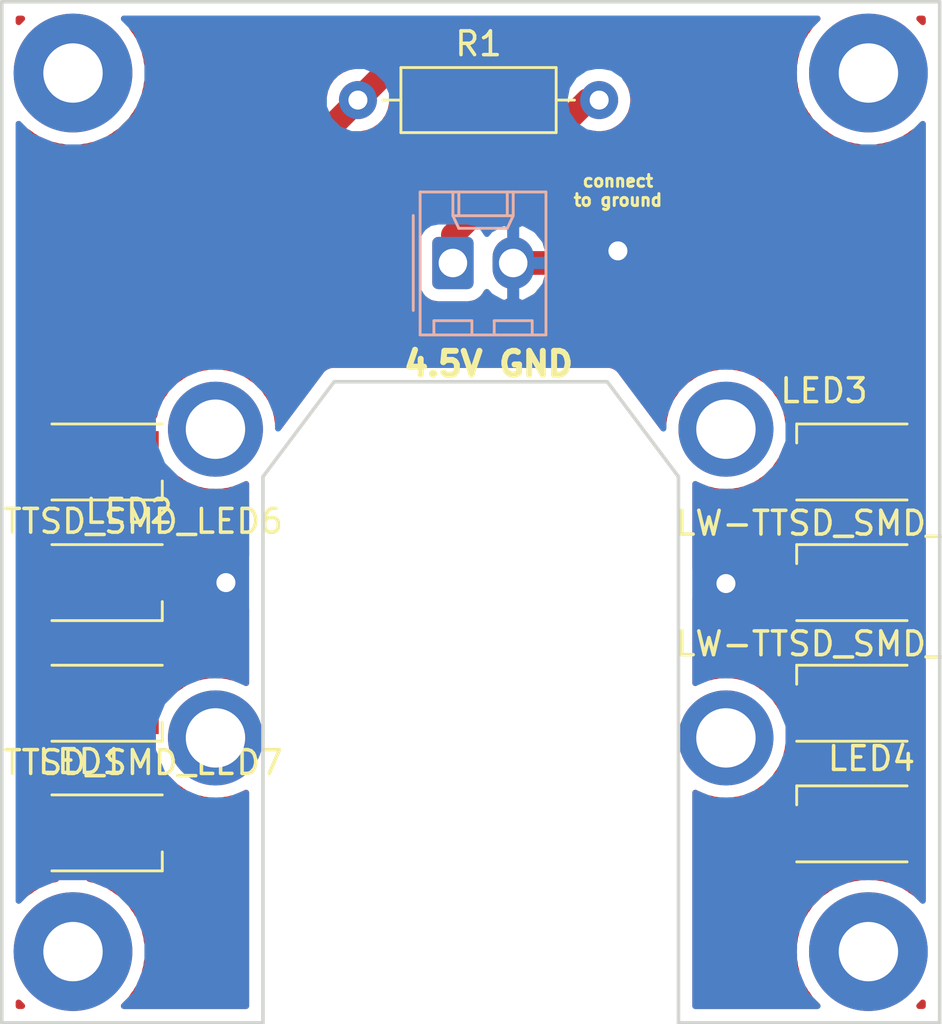
<source format=kicad_pcb>
(kicad_pcb (version 20171130) (host pcbnew 5.0.2-bee76a0~70~ubuntu18.04.1)

  (general
    (thickness 1.6)
    (drawings 12)
    (tracks 21)
    (zones 0)
    (modules 18)
    (nets 4)
  )

  (page A4)
  (layers
    (0 F.Cu signal hide)
    (31 B.Cu signal)
    (32 B.Adhes user hide)
    (33 F.Adhes user hide)
    (34 B.Paste user hide)
    (35 F.Paste user hide)
    (36 B.SilkS user hide)
    (37 F.SilkS user)
    (38 B.Mask user hide)
    (39 F.Mask user hide)
    (40 Dwgs.User user hide)
    (41 Cmts.User user hide)
    (42 Eco1.User user hide)
    (43 Eco2.User user hide)
    (44 Edge.Cuts user)
    (45 Margin user hide)
    (46 B.CrtYd user hide)
    (47 F.CrtYd user hide)
    (48 B.Fab user hide)
    (49 F.Fab user hide)
  )

  (setup
    (last_trace_width 1)
    (trace_clearance 0.5)
    (zone_clearance 0.508)
    (zone_45_only no)
    (trace_min 0.2)
    (segment_width 0.2)
    (edge_width 0.15)
    (via_size 1.2)
    (via_drill 0.8)
    (via_min_size 0.4)
    (via_min_drill 0.3)
    (uvia_size 0.3)
    (uvia_drill 0.1)
    (uvias_allowed no)
    (uvia_min_size 0.2)
    (uvia_min_drill 0.1)
    (pcb_text_width 0.3)
    (pcb_text_size 1.5 1.5)
    (mod_edge_width 0.15)
    (mod_text_size 1 1)
    (mod_text_width 0.15)
    (pad_size 4 4)
    (pad_drill 2.5)
    (pad_to_mask_clearance 0.051)
    (solder_mask_min_width 0.25)
    (aux_axis_origin 0 0)
    (visible_elements 7FFFEFFF)
    (pcbplotparams
      (layerselection 0x010fc_ffffffff)
      (usegerberextensions false)
      (usegerberattributes false)
      (usegerberadvancedattributes false)
      (creategerberjobfile false)
      (excludeedgelayer true)
      (linewidth 0.100000)
      (plotframeref false)
      (viasonmask false)
      (mode 1)
      (useauxorigin false)
      (hpglpennumber 1)
      (hpglpenspeed 20)
      (hpglpendiameter 15.000000)
      (psnegative false)
      (psa4output false)
      (plotreference true)
      (plotvalue true)
      (plotinvisibletext false)
      (padsonsilk false)
      (subtractmaskfromsilk false)
      (outputformat 1)
      (mirror false)
      (drillshape 1)
      (scaleselection 1)
      (outputdirectory ""))
  )

  (net 0 "")
  (net 1 "Net-(CURRENT_LIMITER_R1-Pad2)")
  (net 2 "Net-(Conn_01x02_Male1-Pad2)")
  (net 3 "Net-(CURRENT_LIMITER_R1-Pad1)")

  (net_class Default "This is the default net class."
    (clearance 0.5)
    (trace_width 1)
    (via_dia 1.2)
    (via_drill 0.8)
    (uvia_dia 0.3)
    (uvia_drill 0.1)
    (add_net "Net-(CURRENT_LIMITER_R1-Pad1)")
    (add_net "Net-(CURRENT_LIMITER_R1-Pad2)")
    (add_net "Net-(Conn_01x02_Male1-Pad2)")
  )

  (module LED_SMD:LED_PLCC-2 (layer F.Cu) (tedit 5C9A2B5A) (tstamp 5C9BC245)
    (at 86.36 124.46 180)
    (descr "LED PLCC-2 SMD package")
    (tags "LED PLCC-2 SMD")
    (path /5C964CBB)
    (attr smd)
    (fp_text reference LED2 (at -1 3 180) (layer F.SilkS)
      (effects (font (size 1 1) (thickness 0.15)))
    )
    (fp_text value 3.2V (at 0 2.5 180) (layer F.Fab) hide
      (effects (font (size 1 1) (thickness 0.15)))
    )
    (fp_circle (center 0 0) (end 0 -1.25) (layer F.Fab) (width 0.1))
    (fp_line (start -1.7 -0.6) (end -0.8 -1.5) (layer F.Fab) (width 0.1))
    (fp_line (start 1.7 1.5) (end 1.7 -1.5) (layer F.Fab) (width 0.1))
    (fp_line (start 1.7 -1.5) (end -1.7 -1.5) (layer F.Fab) (width 0.1))
    (fp_line (start -1.7 -1.5) (end -1.7 1.5) (layer F.Fab) (width 0.1))
    (fp_line (start -1.7 1.5) (end 1.7 1.5) (layer F.Fab) (width 0.1))
    (fp_line (start -2.65 -1.85) (end 2.5 -1.85) (layer F.CrtYd) (width 0.05))
    (fp_line (start 2.5 -1.85) (end 2.5 1.85) (layer F.CrtYd) (width 0.05))
    (fp_line (start 2.5 1.85) (end -2.65 1.85) (layer F.CrtYd) (width 0.05))
    (fp_line (start -2.65 1.85) (end -2.65 -1.85) (layer F.CrtYd) (width 0.05))
    (fp_line (start 2.25 1.6) (end -2.4 1.6) (layer F.SilkS) (width 0.12))
    (fp_line (start 2.25 -1.6) (end -2.4 -1.6) (layer F.SilkS) (width 0.12))
    (fp_line (start -2.4 -1.6) (end -2.4 -0.8) (layer F.SilkS) (width 0.12))
    (fp_text user %R (at 0 0 180) (layer F.Fab)
      (effects (font (size 0.4 0.4) (thickness 0.1)))
    )
    (pad 1 smd rect (at -1.5 0 180) (size 1.5 2.6) (layers F.Cu F.Paste F.Mask)
      (net 2 "Net-(Conn_01x02_Male1-Pad2)"))
    (pad 2 smd rect (at 1.5 0 180) (size 1.5 2.6) (layers F.Cu F.Paste F.Mask)
      (net 3 "Net-(CURRENT_LIMITER_R1-Pad1)"))
    (model ${KISYS3DMOD}/LED_SMD.3dshapes/LED_PLCC-2.wrl
      (at (xyz 0 0 0))
      (scale (xyz 1 1 1))
      (rotate (xyz 0 0 0))
    )
  )

  (module LED_SMD:LED_PLCC-2 (layer F.Cu) (tedit 59959404) (tstamp 5CB00105)
    (at 86.36 119.38 180)
    (descr "LED PLCC-2 SMD package")
    (tags "LED PLCC-2 SMD")
    (path /5CA375F6)
    (attr smd)
    (fp_text reference LW-TTSD_SMD_LED6 (at 0 -2.5 180) (layer F.SilkS)
      (effects (font (size 1 1) (thickness 0.15)))
    )
    (fp_text value 3.2V (at 0 2.5 180) (layer F.Fab)
      (effects (font (size 1 1) (thickness 0.15)))
    )
    (fp_text user %R (at 0 0 180) (layer F.Fab)
      (effects (font (size 0.4 0.4) (thickness 0.1)))
    )
    (fp_line (start -2.4 -1.6) (end -2.4 -0.8) (layer F.SilkS) (width 0.12))
    (fp_line (start 2.25 -1.6) (end -2.4 -1.6) (layer F.SilkS) (width 0.12))
    (fp_line (start 2.25 1.6) (end -2.4 1.6) (layer F.SilkS) (width 0.12))
    (fp_line (start -2.65 1.85) (end -2.65 -1.85) (layer F.CrtYd) (width 0.05))
    (fp_line (start 2.5 1.85) (end -2.65 1.85) (layer F.CrtYd) (width 0.05))
    (fp_line (start 2.5 -1.85) (end 2.5 1.85) (layer F.CrtYd) (width 0.05))
    (fp_line (start -2.65 -1.85) (end 2.5 -1.85) (layer F.CrtYd) (width 0.05))
    (fp_line (start -1.7 1.5) (end 1.7 1.5) (layer F.Fab) (width 0.1))
    (fp_line (start -1.7 -1.5) (end -1.7 1.5) (layer F.Fab) (width 0.1))
    (fp_line (start 1.7 -1.5) (end -1.7 -1.5) (layer F.Fab) (width 0.1))
    (fp_line (start 1.7 1.5) (end 1.7 -1.5) (layer F.Fab) (width 0.1))
    (fp_line (start -1.7 -0.6) (end -0.8 -1.5) (layer F.Fab) (width 0.1))
    (fp_circle (center 0 0) (end 0 -1.25) (layer F.Fab) (width 0.1))
    (pad 2 smd rect (at 1.5 0 180) (size 1.5 2.6) (layers F.Cu F.Paste F.Mask)
      (net 3 "Net-(CURRENT_LIMITER_R1-Pad1)"))
    (pad 1 smd rect (at -1.5 0 180) (size 1.5 2.6) (layers F.Cu F.Paste F.Mask)
      (net 2 "Net-(Conn_01x02_Male1-Pad2)"))
    (model ${KISYS3DMOD}/LED_SMD.3dshapes/LED_PLCC-2.wrl
      (at (xyz 0 0 0))
      (scale (xyz 1 1 1))
      (rotate (xyz 0 0 0))
    )
  )

  (module LED_SMD:LED_PLCC-2 (layer F.Cu) (tedit 59959404) (tstamp 5CB0012D)
    (at 117.88 124.46)
    (descr "LED PLCC-2 SMD package")
    (tags "LED PLCC-2 SMD")
    (path /5CA37664)
    (attr smd)
    (fp_text reference LW-TTSD_SMD_LED8 (at 0 -2.5) (layer F.SilkS)
      (effects (font (size 1 1) (thickness 0.15)))
    )
    (fp_text value 3.2V (at 0 2.5) (layer F.Fab)
      (effects (font (size 1 1) (thickness 0.15)))
    )
    (fp_circle (center 0 0) (end 0 -1.25) (layer F.Fab) (width 0.1))
    (fp_line (start -1.7 -0.6) (end -0.8 -1.5) (layer F.Fab) (width 0.1))
    (fp_line (start 1.7 1.5) (end 1.7 -1.5) (layer F.Fab) (width 0.1))
    (fp_line (start 1.7 -1.5) (end -1.7 -1.5) (layer F.Fab) (width 0.1))
    (fp_line (start -1.7 -1.5) (end -1.7 1.5) (layer F.Fab) (width 0.1))
    (fp_line (start -1.7 1.5) (end 1.7 1.5) (layer F.Fab) (width 0.1))
    (fp_line (start -2.65 -1.85) (end 2.5 -1.85) (layer F.CrtYd) (width 0.05))
    (fp_line (start 2.5 -1.85) (end 2.5 1.85) (layer F.CrtYd) (width 0.05))
    (fp_line (start 2.5 1.85) (end -2.65 1.85) (layer F.CrtYd) (width 0.05))
    (fp_line (start -2.65 1.85) (end -2.65 -1.85) (layer F.CrtYd) (width 0.05))
    (fp_line (start 2.25 1.6) (end -2.4 1.6) (layer F.SilkS) (width 0.12))
    (fp_line (start 2.25 -1.6) (end -2.4 -1.6) (layer F.SilkS) (width 0.12))
    (fp_line (start -2.4 -1.6) (end -2.4 -0.8) (layer F.SilkS) (width 0.12))
    (fp_text user %R (at 0 0) (layer F.Fab)
      (effects (font (size 0.4 0.4) (thickness 0.1)))
    )
    (pad 1 smd rect (at -1.5 0) (size 1.5 2.6) (layers F.Cu F.Paste F.Mask)
      (net 2 "Net-(Conn_01x02_Male1-Pad2)"))
    (pad 2 smd rect (at 1.5 0) (size 1.5 2.6) (layers F.Cu F.Paste F.Mask)
      (net 3 "Net-(CURRENT_LIMITER_R1-Pad1)"))
    (model ${KISYS3DMOD}/LED_SMD.3dshapes/LED_PLCC-2.wrl
      (at (xyz 0 0 0))
      (scale (xyz 1 1 1))
      (rotate (xyz 0 0 0))
    )
  )

  (module Resistor_THT:R_Axial_DIN0207_L6.3mm_D2.5mm_P10.16mm_Horizontal (layer F.Cu) (tedit 5C9A2A68) (tstamp 5C9A1AA4)
    (at 97 104.14)
    (descr "Resistor, Axial_DIN0207 series, Axial, Horizontal, pin pitch=10.16mm, 0.25W = 1/4W, length*diameter=6.3*2.5mm^2, http://cdn-reichelt.de/documents/datenblatt/B400/1_4W%23YAG.pdf")
    (tags "Resistor Axial_DIN0207 series Axial Horizontal pin pitch 10.16mm 0.25W = 1/4W length 6.3mm diameter 2.5mm")
    (path /5C97F861)
    (fp_text reference R1 (at 5.08 -2.37) (layer F.SilkS)
      (effects (font (size 1 1) (thickness 0.15)))
    )
    (fp_text value 16 (at 5.08 2.37) (layer F.Fab)
      (effects (font (size 1 1) (thickness 0.15)))
    )
    (fp_line (start 1.93 -1.25) (end 1.93 1.25) (layer F.Fab) (width 0.1))
    (fp_line (start 1.93 1.25) (end 8.23 1.25) (layer F.Fab) (width 0.1))
    (fp_line (start 8.23 1.25) (end 8.23 -1.25) (layer F.Fab) (width 0.1))
    (fp_line (start 8.23 -1.25) (end 1.93 -1.25) (layer F.Fab) (width 0.1))
    (fp_line (start 0 0) (end 1.93 0) (layer F.Fab) (width 0.1))
    (fp_line (start 10.16 0) (end 8.23 0) (layer F.Fab) (width 0.1))
    (fp_line (start 1.81 -1.37) (end 1.81 1.37) (layer F.SilkS) (width 0.12))
    (fp_line (start 1.81 1.37) (end 8.35 1.37) (layer F.SilkS) (width 0.12))
    (fp_line (start 8.35 1.37) (end 8.35 -1.37) (layer F.SilkS) (width 0.12))
    (fp_line (start 8.35 -1.37) (end 1.81 -1.37) (layer F.SilkS) (width 0.12))
    (fp_line (start 1.04 0) (end 1.81 0) (layer F.SilkS) (width 0.12))
    (fp_line (start 9.12 0) (end 8.35 0) (layer F.SilkS) (width 0.12))
    (fp_line (start -1.05 -1.5) (end -1.05 1.5) (layer F.CrtYd) (width 0.05))
    (fp_line (start -1.05 1.5) (end 11.21 1.5) (layer F.CrtYd) (width 0.05))
    (fp_line (start 11.21 1.5) (end 11.21 -1.5) (layer F.CrtYd) (width 0.05))
    (fp_line (start 11.21 -1.5) (end -1.05 -1.5) (layer F.CrtYd) (width 0.05))
    (fp_text user %R (at 5.08 0) (layer F.Fab)
      (effects (font (size 1 1) (thickness 0.15)))
    )
    (pad 1 thru_hole circle (at 0 0) (size 1.6 1.6) (drill 0.8) (layers *.Cu *.Mask)
      (net 3 "Net-(CURRENT_LIMITER_R1-Pad1)"))
    (pad 2 thru_hole oval (at 10.16 0) (size 1.6 1.6) (drill 0.8) (layers *.Cu *.Mask)
      (net 1 "Net-(CURRENT_LIMITER_R1-Pad2)"))
    (model ${KISYS3DMOD}/Resistor_THT.3dshapes/R_Axial_DIN0207_L6.3mm_D2.5mm_P10.16mm_Horizontal.wrl
      (at (xyz 0 0 0))
      (scale (xyz 1 1 1))
      (rotate (xyz 0 0 0))
    )
  )

  (module LED_SMD:LED_PLCC-2 (layer F.Cu) (tedit 5C9A2B8E) (tstamp 5CA66D42)
    (at 117.88 119.38)
    (descr "LED PLCC-2 SMD package")
    (tags "LED PLCC-2 SMD")
    (path /5C97F03B)
    (attr smd)
    (fp_text reference LED3 (at -1.25 -3) (layer F.SilkS)
      (effects (font (size 1 1) (thickness 0.15)))
    )
    (fp_text value 3.2V (at 0 2.5) (layer F.Fab) hide
      (effects (font (size 1 1) (thickness 0.15)))
    )
    (fp_text user %R (at 0 0) (layer F.Fab)
      (effects (font (size 0.4 0.4) (thickness 0.1)))
    )
    (fp_line (start -2.4 -1.6) (end -2.4 -0.8) (layer F.SilkS) (width 0.12))
    (fp_line (start 2.25 -1.6) (end -2.4 -1.6) (layer F.SilkS) (width 0.12))
    (fp_line (start 2.25 1.6) (end -2.4 1.6) (layer F.SilkS) (width 0.12))
    (fp_line (start -2.65 1.85) (end -2.65 -1.85) (layer F.CrtYd) (width 0.05))
    (fp_line (start 2.5 1.85) (end -2.65 1.85) (layer F.CrtYd) (width 0.05))
    (fp_line (start 2.5 -1.85) (end 2.5 1.85) (layer F.CrtYd) (width 0.05))
    (fp_line (start -2.65 -1.85) (end 2.5 -1.85) (layer F.CrtYd) (width 0.05))
    (fp_line (start -1.7 1.5) (end 1.7 1.5) (layer F.Fab) (width 0.1))
    (fp_line (start -1.7 -1.5) (end -1.7 1.5) (layer F.Fab) (width 0.1))
    (fp_line (start 1.7 -1.5) (end -1.7 -1.5) (layer F.Fab) (width 0.1))
    (fp_line (start 1.7 1.5) (end 1.7 -1.5) (layer F.Fab) (width 0.1))
    (fp_line (start -1.7 -0.6) (end -0.8 -1.5) (layer F.Fab) (width 0.1))
    (fp_circle (center 0 0) (end 0 -1.25) (layer F.Fab) (width 0.1))
    (pad 2 smd rect (at 1.5 0) (size 1.5 2.6) (layers F.Cu F.Paste F.Mask)
      (net 3 "Net-(CURRENT_LIMITER_R1-Pad1)"))
    (pad 1 smd rect (at -1.5 0) (size 1.5 2.6) (layers F.Cu F.Paste F.Mask)
      (net 2 "Net-(Conn_01x02_Male1-Pad2)"))
    (model ${KISYS3DMOD}/LED_SMD.3dshapes/LED_PLCC-2.wrl
      (at (xyz 0 0 0))
      (scale (xyz 1 1 1))
      (rotate (xyz 0 0 0))
    )
  )

  (module LED_SMD:LED_PLCC-2 (layer F.Cu) (tedit 5C9A2B68) (tstamp 5C9A1AE0)
    (at 86.36 135 180)
    (descr "LED PLCC-2 SMD package")
    (tags "LED PLCC-2 SMD")
    (path /5C97F075)
    (attr smd)
    (fp_text reference LED1 (at 1 3 180) (layer F.SilkS)
      (effects (font (size 1 1) (thickness 0.15)))
    )
    (fp_text value 3.2V (at 0 2.5 180) (layer F.Fab) hide
      (effects (font (size 1 1) (thickness 0.15)))
    )
    (fp_circle (center 0 0) (end 0 -1.25) (layer F.Fab) (width 0.1))
    (fp_line (start -1.7 -0.6) (end -0.8 -1.5) (layer F.Fab) (width 0.1))
    (fp_line (start 1.7 1.5) (end 1.7 -1.5) (layer F.Fab) (width 0.1))
    (fp_line (start 1.7 -1.5) (end -1.7 -1.5) (layer F.Fab) (width 0.1))
    (fp_line (start -1.7 -1.5) (end -1.7 1.5) (layer F.Fab) (width 0.1))
    (fp_line (start -1.7 1.5) (end 1.7 1.5) (layer F.Fab) (width 0.1))
    (fp_line (start -2.65 -1.85) (end 2.5 -1.85) (layer F.CrtYd) (width 0.05))
    (fp_line (start 2.5 -1.85) (end 2.5 1.85) (layer F.CrtYd) (width 0.05))
    (fp_line (start 2.5 1.85) (end -2.65 1.85) (layer F.CrtYd) (width 0.05))
    (fp_line (start -2.65 1.85) (end -2.65 -1.85) (layer F.CrtYd) (width 0.05))
    (fp_line (start 2.25 1.6) (end -2.4 1.6) (layer F.SilkS) (width 0.12))
    (fp_line (start 2.25 -1.6) (end -2.4 -1.6) (layer F.SilkS) (width 0.12))
    (fp_line (start -2.4 -1.6) (end -2.4 -0.8) (layer F.SilkS) (width 0.12))
    (fp_text user %R (at 0 0 180) (layer F.Fab)
      (effects (font (size 0.4 0.4) (thickness 0.1)))
    )
    (pad 1 smd rect (at -1.5 0 180) (size 1.5 2.6) (layers F.Cu F.Paste F.Mask)
      (net 2 "Net-(Conn_01x02_Male1-Pad2)"))
    (pad 2 smd rect (at 1.5 0 180) (size 1.5 2.6) (layers F.Cu F.Paste F.Mask)
      (net 3 "Net-(CURRENT_LIMITER_R1-Pad1)"))
    (model ${KISYS3DMOD}/LED_SMD.3dshapes/LED_PLCC-2.wrl
      (at (xyz 0 0 0))
      (scale (xyz 1 1 1))
      (rotate (xyz 0 0 0))
    )
  )

  (module Connector_Molex:Molex_KK-254_AE-6410-02A_1x02_P2.54mm_Vertical (layer B.Cu) (tedit 5C9A2A92) (tstamp 5C9A1A8D)
    (at 101 111)
    (descr "Molex KK-254 Interconnect System, old/engineering part number: AE-6410-02A example for new part number: 22-27-2021, 2 Pins (http://www.molex.com/pdm_docs/sd/022272021_sd.pdf), generated with kicad-footprint-generator")
    (tags "connector Molex KK-254 side entry")
    (path /5C98C2BF)
    (fp_text reference "" (at 1.27 4.12) (layer B.SilkS) hide
      (effects (font (size 1 1) (thickness 0.15)) (justify mirror))
    )
    (fp_text value "2mm pitch" (at 1.27 -4.08) (layer B.Fab) hide
      (effects (font (size 1 1) (thickness 0.15)) (justify mirror))
    )
    (fp_line (start -1.27 2.92) (end -1.27 -2.88) (layer B.Fab) (width 0.1))
    (fp_line (start -1.27 -2.88) (end 3.81 -2.88) (layer B.Fab) (width 0.1))
    (fp_line (start 3.81 -2.88) (end 3.81 2.92) (layer B.Fab) (width 0.1))
    (fp_line (start 3.81 2.92) (end -1.27 2.92) (layer B.Fab) (width 0.1))
    (fp_line (start -1.38 3.03) (end -1.38 -2.99) (layer B.SilkS) (width 0.12))
    (fp_line (start -1.38 -2.99) (end 3.92 -2.99) (layer B.SilkS) (width 0.12))
    (fp_line (start 3.92 -2.99) (end 3.92 3.03) (layer B.SilkS) (width 0.12))
    (fp_line (start 3.92 3.03) (end -1.38 3.03) (layer B.SilkS) (width 0.12))
    (fp_line (start -1.67 2) (end -1.67 -2) (layer B.SilkS) (width 0.12))
    (fp_line (start -1.27 0.5) (end -0.562893 0) (layer B.Fab) (width 0.1))
    (fp_line (start -0.562893 0) (end -1.27 -0.5) (layer B.Fab) (width 0.1))
    (fp_line (start 0 -2.99) (end 0 -1.99) (layer B.SilkS) (width 0.12))
    (fp_line (start 0 -1.99) (end 2.54 -1.99) (layer B.SilkS) (width 0.12))
    (fp_line (start 2.54 -1.99) (end 2.54 -2.99) (layer B.SilkS) (width 0.12))
    (fp_line (start 0 -1.99) (end 0.25 -1.46) (layer B.SilkS) (width 0.12))
    (fp_line (start 0.25 -1.46) (end 2.29 -1.46) (layer B.SilkS) (width 0.12))
    (fp_line (start 2.29 -1.46) (end 2.54 -1.99) (layer B.SilkS) (width 0.12))
    (fp_line (start 0.25 -2.99) (end 0.25 -1.99) (layer B.SilkS) (width 0.12))
    (fp_line (start 2.29 -2.99) (end 2.29 -1.99) (layer B.SilkS) (width 0.12))
    (fp_line (start -0.8 3.03) (end -0.8 2.43) (layer B.SilkS) (width 0.12))
    (fp_line (start -0.8 2.43) (end 0.8 2.43) (layer B.SilkS) (width 0.12))
    (fp_line (start 0.8 2.43) (end 0.8 3.03) (layer B.SilkS) (width 0.12))
    (fp_line (start 1.74 3.03) (end 1.74 2.43) (layer B.SilkS) (width 0.12))
    (fp_line (start 1.74 2.43) (end 3.34 2.43) (layer B.SilkS) (width 0.12))
    (fp_line (start 3.34 2.43) (end 3.34 3.03) (layer B.SilkS) (width 0.12))
    (fp_line (start -1.77 3.42) (end -1.77 -3.38) (layer B.CrtYd) (width 0.05))
    (fp_line (start -1.77 -3.38) (end 4.31 -3.38) (layer B.CrtYd) (width 0.05))
    (fp_line (start 4.31 -3.38) (end 4.31 3.42) (layer B.CrtYd) (width 0.05))
    (fp_line (start 4.31 3.42) (end -1.77 3.42) (layer B.CrtYd) (width 0.05))
    (fp_text user %R (at 1.27 2.22) (layer B.Fab)
      (effects (font (size 1 1) (thickness 0.15)) (justify mirror))
    )
    (pad 1 thru_hole roundrect (at 0 0) (size 1.74 2.2) (drill 1.2) (layers *.Cu *.Mask) (roundrect_rratio 0.143678)
      (net 1 "Net-(CURRENT_LIMITER_R1-Pad2)"))
    (pad 2 thru_hole oval (at 2.54 0) (size 1.74 2.2) (drill 1.2) (layers *.Cu *.Mask)
      (net 2 "Net-(Conn_01x02_Male1-Pad2)"))
    (model ${KISYS3DMOD}/Connector_Molex.3dshapes/Molex_KK-254_AE-6410-02A_1x02_P2.54mm_Vertical.wrl
      (at (xyz 0 0 0))
      (scale (xyz 1 1 1))
      (rotate (xyz 0 0 0))
    )
  )

  (module LED_SMD:LED_PLCC-2 (layer F.Cu) (tedit 5C9A2B7D) (tstamp 5C9A1AF4)
    (at 117.88 134.62)
    (descr "LED PLCC-2 SMD package")
    (tags "LED PLCC-2 SMD")
    (path /5C97F0B5)
    (attr smd)
    (fp_text reference LED4 (at 0.75 -2.75) (layer F.SilkS)
      (effects (font (size 1 1) (thickness 0.15)))
    )
    (fp_text value 3.2V (at 0 2.5) (layer F.Fab) hide
      (effects (font (size 1 1) (thickness 0.15)))
    )
    (fp_text user %R (at 0 0) (layer F.Fab)
      (effects (font (size 0.4 0.4) (thickness 0.1)))
    )
    (fp_line (start -2.4 -1.6) (end -2.4 -0.8) (layer F.SilkS) (width 0.12))
    (fp_line (start 2.25 -1.6) (end -2.4 -1.6) (layer F.SilkS) (width 0.12))
    (fp_line (start 2.25 1.6) (end -2.4 1.6) (layer F.SilkS) (width 0.12))
    (fp_line (start -2.65 1.85) (end -2.65 -1.85) (layer F.CrtYd) (width 0.05))
    (fp_line (start 2.5 1.85) (end -2.65 1.85) (layer F.CrtYd) (width 0.05))
    (fp_line (start 2.5 -1.85) (end 2.5 1.85) (layer F.CrtYd) (width 0.05))
    (fp_line (start -2.65 -1.85) (end 2.5 -1.85) (layer F.CrtYd) (width 0.05))
    (fp_line (start -1.7 1.5) (end 1.7 1.5) (layer F.Fab) (width 0.1))
    (fp_line (start -1.7 -1.5) (end -1.7 1.5) (layer F.Fab) (width 0.1))
    (fp_line (start 1.7 -1.5) (end -1.7 -1.5) (layer F.Fab) (width 0.1))
    (fp_line (start 1.7 1.5) (end 1.7 -1.5) (layer F.Fab) (width 0.1))
    (fp_line (start -1.7 -0.6) (end -0.8 -1.5) (layer F.Fab) (width 0.1))
    (fp_circle (center 0 0) (end 0 -1.25) (layer F.Fab) (width 0.1))
    (pad 2 smd rect (at 1.5 0) (size 1.5 2.6) (layers F.Cu F.Paste F.Mask)
      (net 3 "Net-(CURRENT_LIMITER_R1-Pad1)"))
    (pad 1 smd rect (at -1.5 0) (size 1.5 2.6) (layers F.Cu F.Paste F.Mask)
      (net 2 "Net-(Conn_01x02_Male1-Pad2)"))
    (model ${KISYS3DMOD}/LED_SMD.3dshapes/LED_PLCC-2.wrl
      (at (xyz 0 0 0))
      (scale (xyz 1 1 1))
      (rotate (xyz 0 0 0))
    )
  )

  (module MountingHole:MountingHole_2.5mm_Pad (layer F.Cu) (tedit 5CA66F86) (tstamp 5C9BC278)
    (at 91 130)
    (descr "Mounting Hole 2.5mm")
    (tags "mounting hole 2.5mm")
    (path /5C9A1DFA)
    (attr virtual)
    (fp_text reference H1 (at 0 -3.5) (layer F.SilkS) hide
      (effects (font (size 1 1) (thickness 0.15)))
    )
    (fp_text value MountingHole (at 0 3.5) (layer F.Fab) hide
      (effects (font (size 1 1) (thickness 0.15)))
    )
    (fp_circle (center 0 0) (end 2.75 0) (layer F.CrtYd) (width 0.05))
    (fp_circle (center 0 0) (end 2.5 0) (layer Cmts.User) (width 0.15))
    (fp_text user %R (at 0.3 0) (layer F.Fab)
      (effects (font (size 1 1) (thickness 0.15)))
    )
    (pad 1 thru_hole circle (at 0 1) (size 4 4) (drill 2.5) (layers *.Cu *.Mask))
  )

  (module MountingHole:MountingHole_2.5mm_Pad (layer F.Cu) (tedit 5C9A2A29) (tstamp 5C9A1F03)
    (at 91 118)
    (descr "Mounting Hole 2.5mm")
    (tags "mounting hole 2.5mm")
    (path /5C9A1DC2)
    (attr virtual)
    (fp_text reference H2 (at 0 -3.5) (layer F.SilkS) hide
      (effects (font (size 1 1) (thickness 0.15)))
    )
    (fp_text value MountingHole (at 0 3.5) (layer F.Fab) hide
      (effects (font (size 1 1) (thickness 0.15)))
    )
    (fp_text user %R (at 0.3 0) (layer F.Fab)
      (effects (font (size 1 1) (thickness 0.15)))
    )
    (fp_circle (center 0 0) (end 2.5 0) (layer Cmts.User) (width 0.15))
    (fp_circle (center 0 0) (end 2.75 0) (layer F.CrtYd) (width 0.05))
    (pad 1 thru_hole circle (at 0 0) (size 4 4) (drill 2.5) (layers *.Cu *.Mask))
  )

  (module MountingHole:MountingHole_2.5mm_Pad (layer F.Cu) (tedit 5CA66C63) (tstamp 5C9A1F0B)
    (at 114 118)
    (descr "Mounting Hole 2.5mm")
    (tags "mounting hole 2.5mm")
    (path /5C9A1CD7)
    (attr virtual)
    (fp_text reference H3 (at 0 -3.5) (layer F.SilkS) hide
      (effects (font (size 1 1) (thickness 0.15)))
    )
    (fp_text value MountingHole (at 0 3.5) (layer F.Fab) hide
      (effects (font (size 1 1) (thickness 0.15)))
    )
    (fp_text user %R (at 0.3 0) (layer F.Fab)
      (effects (font (size 1 1) (thickness 0.15)))
    )
    (fp_circle (center 0 0) (end 2.5 0) (layer Cmts.User) (width 0.15))
    (fp_circle (center 0 0) (end 2.75 0) (layer F.CrtYd) (width 0.05))
    (pad 1 thru_hole circle (at -1.5 0) (size 4 4) (drill 2.5) (layers *.Cu *.Mask))
  )

  (module MountingHole:MountingHole_2.5mm_Pad (layer F.Cu) (tedit 5CA66FA9) (tstamp 5C9A1F13)
    (at 114 130)
    (descr "Mounting Hole 2.5mm")
    (tags "mounting hole 2.5mm")
    (path /5C9A1D07)
    (attr virtual)
    (fp_text reference H4 (at 0 -3.5) (layer F.SilkS) hide
      (effects (font (size 1 1) (thickness 0.15)))
    )
    (fp_text value MountingHole (at 0 3.5) (layer F.Fab) hide
      (effects (font (size 1 1) (thickness 0.15)))
    )
    (fp_circle (center 0 0) (end 2.75 0) (layer F.CrtYd) (width 0.05))
    (fp_circle (center 0 0) (end 2.5 0) (layer Cmts.User) (width 0.15))
    (fp_text user %R (at 0.3 0) (layer F.Fab)
      (effects (font (size 1 1) (thickness 0.15)))
    )
    (pad 1 thru_hole circle (at -1.5 1) (size 4 4) (drill 2.5) (layers *.Cu *.Mask))
  )

  (module MountingHole:MountingHole_2.5mm_Pad (layer F.Cu) (tedit 5C9A2A0F) (tstamp 5C9A1F1B)
    (at 118.5 140)
    (descr "Mounting Hole 2.5mm")
    (tags "mounting hole 2.5mm")
    (path /5C9A1CA5)
    (attr virtual)
    (fp_text reference H5 (at 0 -3.5) (layer F.SilkS) hide
      (effects (font (size 1 1) (thickness 0.15)))
    )
    (fp_text value MountingHole (at 0 3.5) (layer F.Fab) hide
      (effects (font (size 1 1) (thickness 0.15)))
    )
    (fp_circle (center 0 0) (end 2.75 0) (layer F.CrtYd) (width 0.05))
    (fp_circle (center 0 0) (end 2.5 0) (layer Cmts.User) (width 0.15))
    (fp_text user %R (at 0.3 0) (layer F.Fab)
      (effects (font (size 1 1) (thickness 0.15)))
    )
    (pad 1 thru_hole circle (at 0 0) (size 5 5) (drill 2.5) (layers *.Cu *.Mask))
  )

  (module MountingHole:MountingHole_2.5mm_Pad (layer F.Cu) (tedit 5C9A29F6) (tstamp 5C9A1F23)
    (at 118.5 103)
    (descr "Mounting Hole 2.5mm")
    (tags "mounting hole 2.5mm")
    (path /5C9A1C3F)
    (attr virtual)
    (fp_text reference H6 (at 0 -3.5) (layer F.SilkS) hide
      (effects (font (size 1 1) (thickness 0.15)))
    )
    (fp_text value MountingHole (at 0 3.5) (layer F.Fab) hide
      (effects (font (size 1 1) (thickness 0.15)))
    )
    (fp_circle (center 0 0) (end 2.75 0) (layer F.CrtYd) (width 0.05))
    (fp_circle (center 0 0) (end 2.5 0) (layer Cmts.User) (width 0.15))
    (fp_text user %R (at 0.3 0) (layer F.Fab)
      (effects (font (size 1 1) (thickness 0.15)))
    )
    (pad 1 thru_hole circle (at 0 0) (size 5 5) (drill 2.5) (layers *.Cu *.Mask))
  )

  (module MountingHole:MountingHole_2.5mm_Pad (layer F.Cu) (tedit 5C9A2A4D) (tstamp 5C9A1F2B)
    (at 85 103)
    (descr "Mounting Hole 2.5mm")
    (tags "mounting hole 2.5mm")
    (path /5C9A16B0)
    (attr virtual)
    (fp_text reference H7 (at 0 -3.5) (layer F.SilkS) hide
      (effects (font (size 1 1) (thickness 0.15)))
    )
    (fp_text value MountingHole (at 0 3.5) (layer F.Fab) hide
      (effects (font (size 1 1) (thickness 0.15)))
    )
    (fp_text user %R (at 0.3 0) (layer F.Fab)
      (effects (font (size 1 1) (thickness 0.15)))
    )
    (fp_circle (center 0 0) (end 2.5 0) (layer Cmts.User) (width 0.15))
    (fp_circle (center 0 0) (end 2.75 0) (layer F.CrtYd) (width 0.05))
    (pad 1 thru_hole circle (at 0 0) (size 5 5) (drill 2.5) (layers *.Cu *.Mask))
  )

  (module MountingHole:MountingHole_2.5mm_Pad (layer F.Cu) (tedit 5C9A2A3D) (tstamp 5C9A1F33)
    (at 85 140)
    (descr "Mounting Hole 2.5mm")
    (tags "mounting hole 2.5mm")
    (path /5C9A1C69)
    (attr virtual)
    (fp_text reference H8 (at 0 -3.5) (layer F.SilkS) hide
      (effects (font (size 1 1) (thickness 0.15)))
    )
    (fp_text value MountingHole (at 0 3.5) (layer F.Fab) hide
      (effects (font (size 1 1) (thickness 0.15)))
    )
    (fp_text user %R (at 0.3 0) (layer F.Fab)
      (effects (font (size 1 1) (thickness 0.15)))
    )
    (fp_circle (center 0 0) (end 2.5 0) (layer Cmts.User) (width 0.15))
    (fp_circle (center 0 0) (end 2.75 0) (layer F.CrtYd) (width 0.05))
    (pad 1 thru_hole circle (at 0 0) (size 5 5) (drill 2.5) (layers *.Cu *.Mask))
  )

  (module LED_SMD:LED_PLCC-2 (layer F.Cu) (tedit 59959404) (tstamp 5CB000F1)
    (at 117.88 129.54)
    (descr "LED PLCC-2 SMD package")
    (tags "LED PLCC-2 SMD")
    (path /5CA375C0)
    (attr smd)
    (fp_text reference LW-TTSD_SMD_LED5 (at 0 -2.5) (layer F.SilkS)
      (effects (font (size 1 1) (thickness 0.15)))
    )
    (fp_text value 3.2V (at 0 2.5) (layer F.Fab)
      (effects (font (size 1 1) (thickness 0.15)))
    )
    (fp_circle (center 0 0) (end 0 -1.25) (layer F.Fab) (width 0.1))
    (fp_line (start -1.7 -0.6) (end -0.8 -1.5) (layer F.Fab) (width 0.1))
    (fp_line (start 1.7 1.5) (end 1.7 -1.5) (layer F.Fab) (width 0.1))
    (fp_line (start 1.7 -1.5) (end -1.7 -1.5) (layer F.Fab) (width 0.1))
    (fp_line (start -1.7 -1.5) (end -1.7 1.5) (layer F.Fab) (width 0.1))
    (fp_line (start -1.7 1.5) (end 1.7 1.5) (layer F.Fab) (width 0.1))
    (fp_line (start -2.65 -1.85) (end 2.5 -1.85) (layer F.CrtYd) (width 0.05))
    (fp_line (start 2.5 -1.85) (end 2.5 1.85) (layer F.CrtYd) (width 0.05))
    (fp_line (start 2.5 1.85) (end -2.65 1.85) (layer F.CrtYd) (width 0.05))
    (fp_line (start -2.65 1.85) (end -2.65 -1.85) (layer F.CrtYd) (width 0.05))
    (fp_line (start 2.25 1.6) (end -2.4 1.6) (layer F.SilkS) (width 0.12))
    (fp_line (start 2.25 -1.6) (end -2.4 -1.6) (layer F.SilkS) (width 0.12))
    (fp_line (start -2.4 -1.6) (end -2.4 -0.8) (layer F.SilkS) (width 0.12))
    (fp_text user %R (at 0 0) (layer F.Fab)
      (effects (font (size 0.4 0.4) (thickness 0.1)))
    )
    (pad 1 smd rect (at -1.5 0) (size 1.5 2.6) (layers F.Cu F.Paste F.Mask)
      (net 2 "Net-(Conn_01x02_Male1-Pad2)"))
    (pad 2 smd rect (at 1.5 0) (size 1.5 2.6) (layers F.Cu F.Paste F.Mask)
      (net 3 "Net-(CURRENT_LIMITER_R1-Pad1)"))
    (model ${KISYS3DMOD}/LED_SMD.3dshapes/LED_PLCC-2.wrl
      (at (xyz 0 0 0))
      (scale (xyz 1 1 1))
      (rotate (xyz 0 0 0))
    )
  )

  (module LED_SMD:LED_PLCC-2 (layer F.Cu) (tedit 59959404) (tstamp 5CB00119)
    (at 86.36 129.54 180)
    (descr "LED PLCC-2 SMD package")
    (tags "LED PLCC-2 SMD")
    (path /5CA3762C)
    (attr smd)
    (fp_text reference LW-TTSD_SMD_LED7 (at 0 -2.5 180) (layer F.SilkS)
      (effects (font (size 1 1) (thickness 0.15)))
    )
    (fp_text value 3.2V (at 0 2.5 180) (layer F.Fab)
      (effects (font (size 1 1) (thickness 0.15)))
    )
    (fp_circle (center 0 0) (end 0 -1.25) (layer F.Fab) (width 0.1))
    (fp_line (start -1.7 -0.6) (end -0.8 -1.5) (layer F.Fab) (width 0.1))
    (fp_line (start 1.7 1.5) (end 1.7 -1.5) (layer F.Fab) (width 0.1))
    (fp_line (start 1.7 -1.5) (end -1.7 -1.5) (layer F.Fab) (width 0.1))
    (fp_line (start -1.7 -1.5) (end -1.7 1.5) (layer F.Fab) (width 0.1))
    (fp_line (start -1.7 1.5) (end 1.7 1.5) (layer F.Fab) (width 0.1))
    (fp_line (start -2.65 -1.85) (end 2.5 -1.85) (layer F.CrtYd) (width 0.05))
    (fp_line (start 2.5 -1.85) (end 2.5 1.85) (layer F.CrtYd) (width 0.05))
    (fp_line (start 2.5 1.85) (end -2.65 1.85) (layer F.CrtYd) (width 0.05))
    (fp_line (start -2.65 1.85) (end -2.65 -1.85) (layer F.CrtYd) (width 0.05))
    (fp_line (start 2.25 1.6) (end -2.4 1.6) (layer F.SilkS) (width 0.12))
    (fp_line (start 2.25 -1.6) (end -2.4 -1.6) (layer F.SilkS) (width 0.12))
    (fp_line (start -2.4 -1.6) (end -2.4 -0.8) (layer F.SilkS) (width 0.12))
    (fp_text user %R (at 0 0 180) (layer F.Fab)
      (effects (font (size 0.4 0.4) (thickness 0.1)))
    )
    (pad 1 smd rect (at -1.5 0 180) (size 1.5 2.6) (layers F.Cu F.Paste F.Mask)
      (net 2 "Net-(Conn_01x02_Male1-Pad2)"))
    (pad 2 smd rect (at 1.5 0 180) (size 1.5 2.6) (layers F.Cu F.Paste F.Mask)
      (net 3 "Net-(CURRENT_LIMITER_R1-Pad1)"))
    (model ${KISYS3DMOD}/LED_SMD.3dshapes/LED_PLCC-2.wrl
      (at (xyz 0 0 0))
      (scale (xyz 1 1 1))
      (rotate (xyz 0 0 0))
    )
  )

  (gr_text "connect\nto ground" (at 107.95 107.95) (layer F.SilkS)
    (effects (font (size 0.5 0.5) (thickness 0.125)))
  )
  (gr_text "4.5V GND" (at 102.5 115.25) (layer F.SilkS)
    (effects (font (size 1 1) (thickness 0.25)))
  )
  (gr_line (start 107.5 116) (end 110.5 120) (layer Edge.Cuts) (width 0.15))
  (gr_line (start 96 116) (end 107.5 116) (layer Edge.Cuts) (width 0.15))
  (gr_line (start 93 120) (end 96 116) (layer Edge.Cuts) (width 0.15))
  (gr_line (start 110.5 143) (end 121.5 143) (layer Edge.Cuts) (width 0.15))
  (gr_line (start 110.5 120) (end 110.5 143) (layer Edge.Cuts) (width 0.15))
  (gr_line (start 93 143) (end 93 120) (layer Edge.Cuts) (width 0.15))
  (gr_line (start 82 143) (end 93 143) (layer Edge.Cuts) (width 0.15))
  (gr_line (start 82 100) (end 82 143) (layer Edge.Cuts) (width 0.15) (tstamp 5C9BC26C))
  (gr_line (start 121.5 100) (end 82 100) (layer Edge.Cuts) (width 0.15))
  (gr_line (start 121.5 143) (end 121.5 100) (layer Edge.Cuts) (width 0.15))

  (segment (start 106.68 104.14) (end 107.16 104.14) (width 0.5) (layer F.Cu) (net 1))
  (segment (start 101 111) (end 101 109.82) (width 0.5) (layer F.Cu) (net 1))
  (segment (start 101 109.82) (end 106.68 104.14) (width 1) (layer F.Cu) (net 1))
  (via (at 91.44 124.46) (size 1.6) (drill 0.8) (layers F.Cu B.Cu) (net 2))
  (segment (start 87.86 124.46) (end 91.44 124.46) (width 1) (layer F.Cu) (net 2))
  (via (at 107.95 110.49) (size 1.6) (drill 0.8) (layers F.Cu B.Cu) (net 2))
  (segment (start 103.54 111) (end 107.44 111) (width 1) (layer F.Cu) (net 2))
  (segment (start 107.44 111) (end 107.95 110.49) (width 1) (layer F.Cu) (net 2))
  (segment (start 87.86 135) (end 87.86 129.54) (width 1) (layer F.Cu) (net 2))
  (segment (start 87.86 129.54) (end 87.86 119.38) (width 1) (layer F.Cu) (net 2))
  (segment (start 116.5 119.5) (end 116.5 134.74) (width 1) (layer F.Cu) (net 2))
  (via (at 112.499998 124.5) (size 1.6) (drill 0.8) (layers F.Cu B.Cu) (net 2))
  (segment (start 112.539998 124.46) (end 112.499998 124.5) (width 1) (layer F.Cu) (net 2))
  (segment (start 116.38 124.46) (end 112.539998 124.46) (width 1) (layer F.Cu) (net 2))
  (segment (start 84.86 135) (end 84.86 119.38) (width 1) (layer F.Cu) (net 3))
  (segment (start 84.86 116.28) (end 97 104.14) (width 1) (layer F.Cu) (net 3))
  (segment (start 84.86 119.38) (end 84.86 116.28) (width 1) (layer F.Cu) (net 3))
  (segment (start 119.38 112.38) (end 119.38 134.62) (width 1) (layer F.Cu) (net 3))
  (segment (start 109.08 102.08) (end 119.38 112.38) (width 1) (layer F.Cu) (net 3))
  (segment (start 97 104.14) (end 99.06 102.08) (width 1) (layer F.Cu) (net 3))
  (segment (start 99.06 102.08) (end 109.08 102.08) (width 1) (layer F.Cu) (net 3))

  (zone (net 2) (net_name "Net-(Conn_01x02_Male1-Pad2)") (layer B.Cu) (tstamp 0) (hatch edge 0.508)
    (connect_pads (clearance 0.508))
    (min_thickness 0.254)
    (fill yes (arc_segments 16) (thermal_gap 0.508) (thermal_bridge_width 0.508))
    (polygon
      (pts
        (xy 82 100) (xy 121.61 100) (xy 121.5 143) (xy 110.5 143) (xy 110.5 120)
        (xy 107.5 116) (xy 96 116) (xy 93 120) (xy 93 143) (xy 82 143)
      )
    )
    (filled_polygon
      (pts
        (xy 115.842276 101.224165) (xy 115.365 102.37641) (xy 115.365 103.62359) (xy 115.842276 104.775835) (xy 116.724165 105.657724)
        (xy 117.87641 106.135) (xy 119.12359 106.135) (xy 120.275835 105.657724) (xy 120.790001 105.143558) (xy 120.79 137.856441)
        (xy 120.275835 137.342276) (xy 119.12359 136.865) (xy 117.87641 136.865) (xy 116.724165 137.342276) (xy 115.842276 138.224165)
        (xy 115.365 139.37641) (xy 115.365 140.62359) (xy 115.842276 141.775835) (xy 116.356441 142.29) (xy 111.21 142.29)
        (xy 111.21 133.317768) (xy 111.975866 133.635) (xy 113.024134 133.635) (xy 113.992608 133.233845) (xy 114.733845 132.492608)
        (xy 115.135 131.524134) (xy 115.135 130.475866) (xy 114.733845 129.507392) (xy 113.992608 128.766155) (xy 113.024134 128.365)
        (xy 111.975866 128.365) (xy 111.21 128.682232) (xy 111.21 120.317768) (xy 111.975866 120.635) (xy 113.024134 120.635)
        (xy 113.992608 120.233845) (xy 114.733845 119.492608) (xy 115.135 118.524134) (xy 115.135 117.475866) (xy 114.733845 116.507392)
        (xy 113.992608 115.766155) (xy 113.024134 115.365) (xy 111.975866 115.365) (xy 111.007392 115.766155) (xy 110.266155 116.507392)
        (xy 109.865 117.475866) (xy 109.865 117.970001) (xy 108.079603 115.589472) (xy 108.011881 115.488119) (xy 107.936406 115.437688)
        (xy 107.868827 115.377095) (xy 107.820036 115.359932) (xy 107.777028 115.331195) (xy 107.687999 115.313486) (xy 107.602376 115.283367)
        (xy 107.480686 115.29) (xy 96.019314 115.29) (xy 95.897623 115.283367) (xy 95.811999 115.313487) (xy 95.722972 115.331195)
        (xy 95.679965 115.359931) (xy 95.631172 115.377095) (xy 95.56359 115.437691) (xy 95.488119 115.488119) (xy 95.420405 115.58946)
        (xy 93.635 117.970001) (xy 93.635 117.475866) (xy 93.233845 116.507392) (xy 92.492608 115.766155) (xy 91.524134 115.365)
        (xy 90.475866 115.365) (xy 89.507392 115.766155) (xy 88.766155 116.507392) (xy 88.365 117.475866) (xy 88.365 118.524134)
        (xy 88.766155 119.492608) (xy 89.507392 120.233845) (xy 90.475866 120.635) (xy 91.524134 120.635) (xy 92.290001 120.317768)
        (xy 92.290001 128.682232) (xy 91.524134 128.365) (xy 90.475866 128.365) (xy 89.507392 128.766155) (xy 88.766155 129.507392)
        (xy 88.365 130.475866) (xy 88.365 131.524134) (xy 88.766155 132.492608) (xy 89.507392 133.233845) (xy 90.475866 133.635)
        (xy 91.524134 133.635) (xy 92.29 133.317768) (xy 92.29 142.29) (xy 87.143559 142.29) (xy 87.657724 141.775835)
        (xy 88.135 140.62359) (xy 88.135 139.37641) (xy 87.657724 138.224165) (xy 86.775835 137.342276) (xy 85.62359 136.865)
        (xy 84.37641 136.865) (xy 83.224165 137.342276) (xy 82.71 137.856441) (xy 82.71 110.149999) (xy 99.48256 110.149999)
        (xy 99.48256 111.850001) (xy 99.550873 112.193436) (xy 99.745414 112.484586) (xy 100.036564 112.679127) (xy 100.379999 112.74744)
        (xy 101.620001 112.74744) (xy 101.963436 112.679127) (xy 102.254586 112.484586) (xy 102.431737 112.219462) (xy 102.569509 112.390533)
        (xy 103.0875 112.673584) (xy 103.179969 112.691302) (xy 103.413 112.570246) (xy 103.413 111.127) (xy 103.667 111.127)
        (xy 103.667 112.570246) (xy 103.900031 112.691302) (xy 103.9925 112.673584) (xy 104.510491 112.390533) (xy 104.880734 111.930802)
        (xy 105.046862 111.36438) (xy 104.890582 111.127) (xy 103.667 111.127) (xy 103.413 111.127) (xy 103.393 111.127)
        (xy 103.393 110.873) (xy 103.413 110.873) (xy 103.413 109.429754) (xy 103.667 109.429754) (xy 103.667 110.873)
        (xy 104.890582 110.873) (xy 105.046862 110.63562) (xy 104.880734 110.069198) (xy 104.510491 109.609467) (xy 103.9925 109.326416)
        (xy 103.900031 109.308698) (xy 103.667 109.429754) (xy 103.413 109.429754) (xy 103.179969 109.308698) (xy 103.0875 109.326416)
        (xy 102.569509 109.609467) (xy 102.431737 109.780538) (xy 102.254586 109.515414) (xy 101.963436 109.320873) (xy 101.620001 109.25256)
        (xy 100.379999 109.25256) (xy 100.036564 109.320873) (xy 99.745414 109.515414) (xy 99.550873 109.806564) (xy 99.48256 110.149999)
        (xy 82.71 110.149999) (xy 82.71 105.143559) (xy 83.224165 105.657724) (xy 84.37641 106.135) (xy 85.62359 106.135)
        (xy 86.775835 105.657724) (xy 87.657724 104.775835) (xy 88.039328 103.854561) (xy 95.565 103.854561) (xy 95.565 104.425439)
        (xy 95.783466 104.952862) (xy 96.187138 105.356534) (xy 96.714561 105.575) (xy 97.285439 105.575) (xy 97.812862 105.356534)
        (xy 98.216534 104.952862) (xy 98.435 104.425439) (xy 98.435 104.14) (xy 105.696887 104.14) (xy 105.80826 104.699909)
        (xy 106.125423 105.174577) (xy 106.600091 105.49174) (xy 107.018667 105.575) (xy 107.301333 105.575) (xy 107.719909 105.49174)
        (xy 108.194577 105.174577) (xy 108.51174 104.699909) (xy 108.623113 104.14) (xy 108.51174 103.580091) (xy 108.194577 103.105423)
        (xy 107.719909 102.78826) (xy 107.301333 102.705) (xy 107.018667 102.705) (xy 106.600091 102.78826) (xy 106.125423 103.105423)
        (xy 105.80826 103.580091) (xy 105.696887 104.14) (xy 98.435 104.14) (xy 98.435 103.854561) (xy 98.216534 103.327138)
        (xy 97.812862 102.923466) (xy 97.285439 102.705) (xy 96.714561 102.705) (xy 96.187138 102.923466) (xy 95.783466 103.327138)
        (xy 95.565 103.854561) (xy 88.039328 103.854561) (xy 88.135 103.62359) (xy 88.135 102.37641) (xy 87.657724 101.224165)
        (xy 87.143559 100.71) (xy 116.356441 100.71)
      )
    )
  )
  (zone (net 0) (net_name "") (layer F.Cu) (tstamp 5CA66ECD) (hatch edge 0.508)
    (connect_pads (clearance 0.508))
    (min_thickness 0.254)
    (fill yes (arc_segments 32) (thermal_gap 0.508) (thermal_bridge_width 0.508))
    (polygon
      (pts
        (xy 82 100) (xy 82 143.0125) (xy 93 142.9875) (xy 93 120) (xy 96 116)
        (xy 107.5 116) (xy 110.5 120) (xy 110.5 143.1425) (xy 121.5 142.8575) (xy 121.5 100.045)
      )
    )
    (filled_polygon
      (pts
        (xy 82.85644 142.29) (xy 82.71 142.29) (xy 82.71 142.14356)
      )
    )
    (filled_polygon
      (pts
        (xy 120.79 142.29) (xy 120.64356 142.29) (xy 120.79 142.14356)
      )
    )
    (filled_polygon
      (pts
        (xy 116.064886 101.001554) (xy 115.911545 101.231045) (xy 115.878882 101.252627) (xy 115.806849 101.387734) (xy 115.721799 101.515021)
        (xy 115.661944 101.659523) (xy 115.588351 101.797557) (xy 115.544063 101.944114) (xy 115.485476 102.085554) (xy 115.454961 102.238964)
        (xy 115.409713 102.388696) (xy 115.394867 102.541076) (xy 115.365 102.691229) (xy 115.365 102.84764) (xy 115.349832 103.003328)
        (xy 115.365 103.155683) (xy 115.365 103.308771) (xy 115.395513 103.46217) (xy 115.41101 103.617831) (xy 115.455611 103.764303)
        (xy 115.485476 103.914446) (xy 115.545329 104.058944) (xy 115.590897 104.208592) (xy 115.663848 104.345074) (xy 115.721799 104.484979)
        (xy 115.805931 104.610892) (xy 115.878882 104.747373) (xy 115.911545 104.768955) (xy 116.064886 104.998446) (xy 116.501554 105.435114)
        (xy 116.731045 105.588455) (xy 116.752627 105.621118) (xy 116.887734 105.693151) (xy 117.015021 105.778201) (xy 117.159523 105.838056)
        (xy 117.297557 105.911649) (xy 117.444114 105.955937) (xy 117.585554 106.014524) (xy 117.738964 106.045039) (xy 117.888696 106.090287)
        (xy 118.041076 106.105133) (xy 118.191229 106.135) (xy 118.34764 106.135) (xy 118.503328 106.150168) (xy 118.655683 106.135)
        (xy 118.808771 106.135) (xy 118.96217 106.104487) (xy 119.117831 106.08899) (xy 119.264303 106.044389) (xy 119.414446 106.014524)
        (xy 119.558944 105.954671) (xy 119.708592 105.909103) (xy 119.845074 105.836152) (xy 119.984979 105.778201) (xy 120.110892 105.694069)
        (xy 120.247373 105.621118) (xy 120.268955 105.588455) (xy 120.498446 105.435114) (xy 120.790001 105.143559) (xy 120.79 137.85644)
        (xy 120.498446 137.564886) (xy 120.268955 137.411545) (xy 120.247373 137.378882) (xy 120.112266 137.306849) (xy 119.984979 137.221799)
        (xy 119.840477 137.161944) (xy 119.702443 137.088351) (xy 119.555886 137.044063) (xy 119.414446 136.985476) (xy 119.261036 136.954961)
        (xy 119.111304 136.909713) (xy 118.958924 136.894867) (xy 118.808771 136.865) (xy 118.65236 136.865) (xy 118.496672 136.849832)
        (xy 118.344317 136.865) (xy 118.191229 136.865) (xy 118.03783 136.895513) (xy 117.882169 136.91101) (xy 117.735697 136.955611)
        (xy 117.585554 136.985476) (xy 117.441056 137.045329) (xy 117.291408 137.090897) (xy 117.154926 137.163848) (xy 117.015021 137.221799)
        (xy 116.889108 137.305931) (xy 116.752627 137.378882) (xy 116.731045 137.411545) (xy 116.501554 137.564886) (xy 116.064886 138.001554)
        (xy 115.911545 138.231045) (xy 115.878882 138.252627) (xy 115.806849 138.387734) (xy 115.721799 138.515021) (xy 115.661944 138.659523)
        (xy 115.588351 138.797557) (xy 115.544063 138.944114) (xy 115.485476 139.085554) (xy 115.454961 139.238964) (xy 115.409713 139.388696)
        (xy 115.394867 139.541076) (xy 115.365 139.691229) (xy 115.365 139.84764) (xy 115.349832 140.003328) (xy 115.365 140.155683)
        (xy 115.365 140.308771) (xy 115.395513 140.46217) (xy 115.41101 140.617831) (xy 115.455611 140.764303) (xy 115.485476 140.914446)
        (xy 115.545329 141.058944) (xy 115.590897 141.208592) (xy 115.663848 141.345074) (xy 115.721799 141.484979) (xy 115.805931 141.610892)
        (xy 115.878882 141.747373) (xy 115.911545 141.768955) (xy 116.064886 141.998446) (xy 116.35644 142.29) (xy 111.21 142.29)
        (xy 111.21 133.307138) (xy 111.251859 133.335107) (xy 111.38267 133.389291) (xy 111.508105 133.454938) (xy 111.62185 133.488363)
        (xy 111.731399 133.533739) (xy 111.870276 133.561363) (xy 112.006098 133.601275) (xy 112.124175 133.611867) (xy 112.240475 133.635)
        (xy 112.382069 133.635) (xy 112.523071 133.647648) (xy 112.640949 133.635) (xy 112.759525 133.635) (xy 112.898401 133.607376)
        (xy 113.039159 133.592273) (xy 113.1523 133.556873) (xy 113.268601 133.533739) (xy 113.39942 133.479552) (xy 113.534526 133.437279)
        (xy 113.648329 133.376451) (xy 113.748141 133.335107) (xy 113.837963 133.27509) (xy 113.951772 133.214258) (xy 113.966559 133.189165)
        (xy 114.179715 133.046738) (xy 114.546738 132.679715) (xy 114.689165 132.466559) (xy 114.714258 132.451772) (xy 114.769235 132.346725)
        (xy 114.835107 132.248141) (xy 114.889291 132.11733) (xy 114.954938 131.991895) (xy 114.988363 131.87815) (xy 115.033739 131.768601)
        (xy 115.061363 131.629724) (xy 115.101275 131.493902) (xy 115.111867 131.375825) (xy 115.135 131.259525) (xy 115.135 131.237796)
        (xy 115.178815 131.291185) (xy 115.275506 131.370537) (xy 115.365001 131.418374) (xy 115.365001 132.741626) (xy 115.275506 132.789463)
        (xy 115.178815 132.868815) (xy 115.099463 132.965506) (xy 115.040498 133.07582) (xy 115.004188 133.195518) (xy 114.991928 133.32)
        (xy 114.991928 135.92) (xy 115.004188 136.044482) (xy 115.040498 136.16418) (xy 115.099463 136.274494) (xy 115.178815 136.371185)
        (xy 115.275506 136.450537) (xy 115.38582 136.509502) (xy 115.505518 136.545812) (xy 115.63 136.558072) (xy 117.13 136.558072)
        (xy 117.254482 136.545812) (xy 117.37418 136.509502) (xy 117.484494 136.450537) (xy 117.581185 136.371185) (xy 117.660537 136.274494)
        (xy 117.719502 136.16418) (xy 117.755812 136.044482) (xy 117.768072 135.92) (xy 117.768072 133.32) (xy 117.755812 133.195518)
        (xy 117.719502 133.07582) (xy 117.660537 132.965506) (xy 117.635 132.934389) (xy 117.635 131.225611) (xy 117.660537 131.194494)
        (xy 117.719502 131.08418) (xy 117.755812 130.964482) (xy 117.768072 130.84) (xy 117.768072 128.24) (xy 117.755812 128.115518)
        (xy 117.719502 127.99582) (xy 117.660537 127.885506) (xy 117.635 127.854389) (xy 117.635 126.145611) (xy 117.660537 126.114494)
        (xy 117.719502 126.00418) (xy 117.755812 125.884482) (xy 117.768072 125.76) (xy 117.768072 123.16) (xy 117.755812 123.035518)
        (xy 117.719502 122.91582) (xy 117.660537 122.805506) (xy 117.635 122.774389) (xy 117.635 121.065611) (xy 117.660537 121.034494)
        (xy 117.719502 120.92418) (xy 117.755812 120.804482) (xy 117.768072 120.68) (xy 117.768072 118.08) (xy 117.755812 117.955518)
        (xy 117.719502 117.83582) (xy 117.660537 117.725506) (xy 117.581185 117.628815) (xy 117.484494 117.549463) (xy 117.37418 117.490498)
        (xy 117.254482 117.454188) (xy 117.13 117.441928) (xy 115.63 117.441928) (xy 115.505518 117.454188) (xy 115.38582 117.490498)
        (xy 115.275506 117.549463) (xy 115.178815 117.628815) (xy 115.12567 117.693572) (xy 115.107376 117.601599) (xy 115.092273 117.460841)
        (xy 115.056873 117.3477) (xy 115.033739 117.231399) (xy 114.979552 117.10058) (xy 114.937279 116.965474) (xy 114.876451 116.851671)
        (xy 114.835107 116.751859) (xy 114.77509 116.662037) (xy 114.714258 116.548228) (xy 114.689165 116.533441) (xy 114.546738 116.320285)
        (xy 114.179715 115.953262) (xy 113.966559 115.810835) (xy 113.951772 115.785742) (xy 113.846725 115.730765) (xy 113.748141 115.664893)
        (xy 113.61733 115.610709) (xy 113.491895 115.545062) (xy 113.37815 115.511637) (xy 113.268601 115.466261) (xy 113.129724 115.438637)
        (xy 112.993902 115.398725) (xy 112.875825 115.388133) (xy 112.759525 115.365) (xy 112.617931 115.365) (xy 112.476929 115.352352)
        (xy 112.359051 115.365) (xy 112.240475 115.365) (xy 112.101599 115.392624) (xy 111.960841 115.407727) (xy 111.8477 115.443127)
        (xy 111.731399 115.466261) (xy 111.60058 115.520448) (xy 111.465474 115.562721) (xy 111.351671 115.623549) (xy 111.251859 115.664893)
        (xy 111.162037 115.72491) (xy 111.048228 115.785742) (xy 111.033441 115.810835) (xy 110.820285 115.953262) (xy 110.453262 116.320285)
        (xy 110.310835 116.533441) (xy 110.285742 116.548228) (xy 110.230765 116.653275) (xy 110.164893 116.751859) (xy 110.110709 116.88267)
        (xy 110.045062 117.008105) (xy 110.011637 117.12185) (xy 109.966261 117.231399) (xy 109.938637 117.370276) (xy 109.898725 117.506098)
        (xy 109.888133 117.624175) (xy 109.865 117.740475) (xy 109.865 117.882069) (xy 109.857955 117.960607) (xy 108.100575 115.617436)
        (xy 108.0932 115.603637) (xy 108.058673 115.561565) (xy 108.047073 115.546099) (xy 108.036584 115.53465) (xy 108.004475 115.495525)
        (xy 107.989421 115.483171) (xy 107.976271 115.468817) (xy 107.935481 115.438904) (xy 107.896363 115.4068) (xy 107.879186 115.397619)
        (xy 107.86349 115.386108) (xy 107.817651 115.364728) (xy 107.77302 115.340872) (xy 107.754385 115.335219) (xy 107.736742 115.32699)
        (xy 107.687605 115.314962) (xy 107.639184 115.300273) (xy 107.619805 115.298364) (xy 107.600894 115.293735) (xy 107.550352 115.291524)
        (xy 107.534877 115.29) (xy 107.51551 115.29) (xy 107.461171 115.287623) (xy 107.445718 115.29) (xy 96.054282 115.29)
        (xy 96.038829 115.287623) (xy 95.984489 115.29) (xy 95.965123 115.29) (xy 95.949648 115.291524) (xy 95.899105 115.293735)
        (xy 95.880193 115.298365) (xy 95.860816 115.300273) (xy 95.812399 115.31496) (xy 95.763257 115.32699) (xy 95.745612 115.33522)
        (xy 95.72698 115.340872) (xy 95.682356 115.364724) (xy 95.636509 115.386108) (xy 95.620811 115.39762) (xy 95.603637 115.4068)
        (xy 95.564527 115.438897) (xy 95.523728 115.468817) (xy 95.510575 115.483174) (xy 95.495525 115.495525) (xy 95.463425 115.534639)
        (xy 95.452926 115.546099) (xy 95.441316 115.561579) (xy 95.4068 115.603637) (xy 95.399427 115.617431) (xy 93.645415 117.956114)
        (xy 93.635 117.859051) (xy 93.635 117.740475) (xy 93.607376 117.601599) (xy 93.592273 117.460841) (xy 93.556873 117.3477)
        (xy 93.533739 117.231399) (xy 93.479552 117.10058) (xy 93.437279 116.965474) (xy 93.376451 116.851671) (xy 93.335107 116.751859)
        (xy 93.27509 116.662037) (xy 93.214258 116.548228) (xy 93.189165 116.533441) (xy 93.046738 116.320285) (xy 92.679715 115.953262)
        (xy 92.466559 115.810835) (xy 92.451772 115.785742) (xy 92.346725 115.730765) (xy 92.248141 115.664893) (xy 92.11733 115.610709)
        (xy 91.991895 115.545062) (xy 91.87815 115.511637) (xy 91.768601 115.466261) (xy 91.629724 115.438637) (xy 91.493902 115.398725)
        (xy 91.375825 115.388133) (xy 91.259525 115.365) (xy 91.117931 115.365) (xy 90.976929 115.352352) (xy 90.859051 115.365)
        (xy 90.740475 115.365) (xy 90.601599 115.392624) (xy 90.460841 115.407727) (xy 90.3477 115.443127) (xy 90.231399 115.466261)
        (xy 90.10058 115.520448) (xy 89.965474 115.562721) (xy 89.851671 115.623549) (xy 89.751859 115.664893) (xy 89.662037 115.72491)
        (xy 89.548228 115.785742) (xy 89.533441 115.810835) (xy 89.320285 115.953262) (xy 88.953262 116.320285) (xy 88.810835 116.533441)
        (xy 88.785742 116.548228) (xy 88.730765 116.653275) (xy 88.664893 116.751859) (xy 88.610709 116.88267) (xy 88.545062 117.008105)
        (xy 88.511637 117.12185) (xy 88.466261 117.231399) (xy 88.438637 117.370276) (xy 88.417582 117.441928) (xy 87.11 117.441928)
        (xy 86.985518 117.454188) (xy 86.86582 117.490498) (xy 86.755506 117.549463) (xy 86.658815 117.628815) (xy 86.579463 117.725506)
        (xy 86.520498 117.83582) (xy 86.484188 117.955518) (xy 86.471928 118.08) (xy 86.471928 120.68) (xy 86.484188 120.804482)
        (xy 86.520498 120.92418) (xy 86.579463 121.034494) (xy 86.658815 121.131185) (xy 86.725001 121.185502) (xy 86.725001 122.654498)
        (xy 86.658815 122.708815) (xy 86.579463 122.805506) (xy 86.520498 122.91582) (xy 86.484188 123.035518) (xy 86.471928 123.16)
        (xy 86.471928 125.76) (xy 86.484188 125.884482) (xy 86.520498 126.00418) (xy 86.579463 126.114494) (xy 86.658815 126.211185)
        (xy 86.725 126.265502) (xy 86.725 127.734498) (xy 86.658815 127.788815) (xy 86.579463 127.885506) (xy 86.520498 127.99582)
        (xy 86.484188 128.115518) (xy 86.471928 128.24) (xy 86.471928 130.84) (xy 86.484188 130.964482) (xy 86.520498 131.08418)
        (xy 86.579463 131.194494) (xy 86.658815 131.291185) (xy 86.725001 131.345502) (xy 86.725 133.194498) (xy 86.658815 133.248815)
        (xy 86.579463 133.345506) (xy 86.520498 133.45582) (xy 86.484188 133.575518) (xy 86.471928 133.7) (xy 86.471928 136.3)
        (xy 86.484188 136.424482) (xy 86.520498 136.54418) (xy 86.579463 136.654494) (xy 86.658815 136.751185) (xy 86.755506 136.830537)
        (xy 86.86582 136.889502) (xy 86.985518 136.925812) (xy 87.11 136.938072) (xy 88.61 136.938072) (xy 88.734482 136.925812)
        (xy 88.85418 136.889502) (xy 88.964494 136.830537) (xy 89.061185 136.751185) (xy 89.140537 136.654494) (xy 89.199502 136.54418)
        (xy 89.235812 136.424482) (xy 89.248072 136.3) (xy 89.248072 133.7) (xy 89.235812 133.575518) (xy 89.199502 133.45582)
        (xy 89.140537 133.345506) (xy 89.061185 133.248815) (xy 88.995 133.194499) (xy 88.995 132.721453) (xy 89.320285 133.046738)
        (xy 89.533441 133.189165) (xy 89.548228 133.214258) (xy 89.653275 133.269235) (xy 89.751859 133.335107) (xy 89.88267 133.389291)
        (xy 90.008105 133.454938) (xy 90.12185 133.488363) (xy 90.231399 133.533739) (xy 90.370276 133.561363) (xy 90.506098 133.601275)
        (xy 90.624175 133.611867) (xy 90.740475 133.635) (xy 90.882069 133.635) (xy 91.023071 133.647648) (xy 91.140949 133.635)
        (xy 91.259525 133.635) (xy 91.398401 133.607376) (xy 91.539159 133.592273) (xy 91.6523 133.556873) (xy 91.768601 133.533739)
        (xy 91.89942 133.479552) (xy 92.034526 133.437279) (xy 92.148329 133.376451) (xy 92.248141 133.335107) (xy 92.29 133.307137)
        (xy 92.29 142.29) (xy 87.14356 142.29) (xy 87.435114 141.998446) (xy 87.588455 141.768955) (xy 87.621118 141.747373)
        (xy 87.693151 141.612266) (xy 87.778201 141.484979) (xy 87.838056 141.340477) (xy 87.911649 141.202443) (xy 87.955937 141.055886)
        (xy 88.014524 140.914446) (xy 88.045039 140.761036) (xy 88.090287 140.611304) (xy 88.105133 140.458924) (xy 88.135 140.308771)
        (xy 88.135 140.15236) (xy 88.150168 139.996672) (xy 88.135 139.844317) (xy 88.135 139.691229) (xy 88.104487 139.53783)
        (xy 88.08899 139.382169) (xy 88.044389 139.235697) (xy 88.014524 139.085554) (xy 87.954671 138.941056) (xy 87.909103 138.791408)
        (xy 87.836152 138.654926) (xy 87.778201 138.515021) (xy 87.694069 138.389108) (xy 87.621118 138.252627) (xy 87.588455 138.231045)
        (xy 87.435114 138.001554) (xy 86.998446 137.564886) (xy 86.768955 137.411545) (xy 86.747373 137.378882) (xy 86.612266 137.306849)
        (xy 86.484979 137.221799) (xy 86.340477 137.161944) (xy 86.202443 137.088351) (xy 86.055886 137.044063) (xy 85.914446 136.985476)
        (xy 85.761036 136.954961) (xy 85.68176 136.931004) (xy 85.734482 136.925812) (xy 85.85418 136.889502) (xy 85.964494 136.830537)
        (xy 86.061185 136.751185) (xy 86.140537 136.654494) (xy 86.199502 136.54418) (xy 86.235812 136.424482) (xy 86.248072 136.3)
        (xy 86.248072 133.7) (xy 86.235812 133.575518) (xy 86.199502 133.45582) (xy 86.140537 133.345506) (xy 86.061185 133.248815)
        (xy 85.995 133.194499) (xy 85.995 131.345501) (xy 86.061185 131.291185) (xy 86.140537 131.194494) (xy 86.199502 131.08418)
        (xy 86.235812 130.964482) (xy 86.248072 130.84) (xy 86.248072 128.24) (xy 86.235812 128.115518) (xy 86.199502 127.99582)
        (xy 86.140537 127.885506) (xy 86.061185 127.788815) (xy 85.995 127.734499) (xy 85.995 126.265501) (xy 86.061185 126.211185)
        (xy 86.140537 126.114494) (xy 86.199502 126.00418) (xy 86.235812 125.884482) (xy 86.248072 125.76) (xy 86.248072 123.16)
        (xy 86.235812 123.035518) (xy 86.199502 122.91582) (xy 86.140537 122.805506) (xy 86.061185 122.708815) (xy 85.995 122.654499)
        (xy 85.995 121.185501) (xy 86.061185 121.131185) (xy 86.140537 121.034494) (xy 86.199502 120.92418) (xy 86.235812 120.804482)
        (xy 86.248072 120.68) (xy 86.248072 118.08) (xy 86.235812 117.955518) (xy 86.199502 117.83582) (xy 86.140537 117.725506)
        (xy 86.061185 117.628815) (xy 85.995 117.574499) (xy 85.995 116.750131) (xy 97.177284 105.567849) (xy 97.418574 105.519853)
        (xy 97.679727 105.41168) (xy 97.914759 105.254637) (xy 98.114637 105.054759) (xy 98.27168 104.819727) (xy 98.379853 104.558574)
        (xy 98.42785 104.317282) (xy 99.530132 103.215) (xy 106.018007 103.215) (xy 105.916856 103.298012) (xy 100.158012 109.056857)
        (xy 100.051717 109.186378) (xy 99.949224 109.378129) (xy 99.886613 109.411595) (xy 99.752038 109.522038) (xy 99.641595 109.656613)
        (xy 99.559528 109.810149) (xy 99.508992 109.976745) (xy 99.491928 110.149999) (xy 99.491928 111.850001) (xy 99.508992 112.023255)
        (xy 99.559528 112.189851) (xy 99.641595 112.343387) (xy 99.752038 112.477962) (xy 99.886613 112.588405) (xy 100.040149 112.670472)
        (xy 100.206745 112.721008) (xy 100.379999 112.738072) (xy 101.620001 112.738072) (xy 101.793255 112.721008) (xy 101.959851 112.670472)
        (xy 102.113387 112.588405) (xy 102.247962 112.477962) (xy 102.358405 112.343387) (xy 102.416934 112.233886) (xy 102.470655 112.299345)
        (xy 102.699822 112.487417) (xy 102.961276 112.627166) (xy 103.244969 112.713224) (xy 103.54 112.742282) (xy 103.835032 112.713224)
        (xy 104.118725 112.627166) (xy 104.380179 112.487417) (xy 104.609345 112.299345) (xy 104.74422 112.135) (xy 107.384249 112.135)
        (xy 107.44 112.140491) (xy 107.495751 112.135) (xy 107.495752 112.135) (xy 107.662499 112.118577) (xy 107.876447 112.053676)
        (xy 108.073623 111.948284) (xy 108.105405 111.922201) (xy 108.368574 111.869853) (xy 108.629727 111.76168) (xy 108.864759 111.604637)
        (xy 109.064637 111.404759) (xy 109.22168 111.169727) (xy 109.329853 110.908574) (xy 109.385 110.631335) (xy 109.385 110.348665)
        (xy 109.329853 110.071426) (xy 109.22168 109.810273) (xy 109.064637 109.575241) (xy 108.864759 109.375363) (xy 108.629727 109.21832)
        (xy 108.368574 109.110147) (xy 108.091335 109.055) (xy 107.808665 109.055) (xy 107.531426 109.110147) (xy 107.270273 109.21832)
        (xy 107.035241 109.375363) (xy 106.835363 109.575241) (xy 106.67832 109.810273) (xy 106.655651 109.865) (xy 104.74422 109.865)
        (xy 104.609345 109.700655) (xy 104.380178 109.512583) (xy 104.118724 109.372834) (xy 103.835031 109.286776) (xy 103.54 109.257718)
        (xy 103.244968 109.286776) (xy 103.091932 109.333199) (xy 106.87271 105.552422) (xy 106.878691 105.554236) (xy 107.089508 105.575)
        (xy 107.230492 105.575) (xy 107.441309 105.554236) (xy 107.711808 105.472182) (xy 107.961101 105.338932) (xy 108.179608 105.159608)
        (xy 108.358932 104.941101) (xy 108.492182 104.691808) (xy 108.574236 104.421309) (xy 108.601943 104.14) (xy 108.574236 103.858691)
        (xy 108.492182 103.588192) (xy 108.358932 103.338899) (xy 108.257251 103.215) (xy 108.609869 103.215) (xy 118.245 112.850133)
        (xy 118.245 117.574498) (xy 118.178815 117.628815) (xy 118.099463 117.725506) (xy 118.040498 117.83582) (xy 118.004188 117.955518)
        (xy 117.991928 118.08) (xy 117.991928 120.68) (xy 118.004188 120.804482) (xy 118.040498 120.92418) (xy 118.099463 121.034494)
        (xy 118.178815 121.131185) (xy 118.245 121.185502) (xy 118.245 122.654498) (xy 118.178815 122.708815) (xy 118.099463 122.805506)
        (xy 118.040498 122.91582) (xy 118.004188 123.035518) (xy 117.991928 123.16) (xy 117.991928 125.76) (xy 118.004188 125.884482)
        (xy 118.040498 126.00418) (xy 118.099463 126.114494) (xy 118.178815 126.211185) (xy 118.245001 126.265502) (xy 118.245001 127.734498)
        (xy 118.178815 127.788815) (xy 118.099463 127.885506) (xy 118.040498 127.99582) (xy 118.004188 128.115518) (xy 117.991928 128.24)
        (xy 117.991928 130.84) (xy 118.004188 130.964482) (xy 118.040498 131.08418) (xy 118.099463 131.194494) (xy 118.178815 131.291185)
        (xy 118.245001 131.345502) (xy 118.245001 132.814498) (xy 118.178815 132.868815) (xy 118.099463 132.965506) (xy 118.040498 133.07582)
        (xy 118.004188 133.195518) (xy 117.991928 133.32) (xy 117.991928 135.92) (xy 118.004188 136.044482) (xy 118.040498 136.16418)
        (xy 118.099463 136.274494) (xy 118.178815 136.371185) (xy 118.275506 136.450537) (xy 118.38582 136.509502) (xy 118.505518 136.545812)
        (xy 118.63 136.558072) (xy 120.13 136.558072) (xy 120.254482 136.545812) (xy 120.37418 136.509502) (xy 120.484494 136.450537)
        (xy 120.581185 136.371185) (xy 120.660537 136.274494) (xy 120.719502 136.16418) (xy 120.755812 136.044482) (xy 120.768072 135.92)
        (xy 120.768072 133.32) (xy 120.755812 133.195518) (xy 120.719502 133.07582) (xy 120.660537 132.965506) (xy 120.581185 132.868815)
        (xy 120.515 132.814499) (xy 120.515 131.345501) (xy 120.581185 131.291185) (xy 120.660537 131.194494) (xy 120.719502 131.08418)
        (xy 120.755812 130.964482) (xy 120.768072 130.84) (xy 120.768072 128.24) (xy 120.755812 128.115518) (xy 120.719502 127.99582)
        (xy 120.660537 127.885506) (xy 120.581185 127.788815) (xy 120.515 127.734499) (xy 120.515 126.265501) (xy 120.581185 126.211185)
        (xy 120.660537 126.114494) (xy 120.719502 126.00418) (xy 120.755812 125.884482) (xy 120.768072 125.76) (xy 120.768072 123.16)
        (xy 120.755812 123.035518) (xy 120.719502 122.91582) (xy 120.660537 122.805506) (xy 120.581185 122.708815) (xy 120.515 122.654499)
        (xy 120.515 121.185501) (xy 120.581185 121.131185) (xy 120.660537 121.034494) (xy 120.719502 120.92418) (xy 120.755812 120.804482)
        (xy 120.768072 120.68) (xy 120.768072 118.08) (xy 120.755812 117.955518) (xy 120.719502 117.83582) (xy 120.660537 117.725506)
        (xy 120.581185 117.628815) (xy 120.515 117.574499) (xy 120.515 112.435752) (xy 120.520491 112.38) (xy 120.498577 112.157501)
        (xy 120.433676 111.943553) (xy 120.328284 111.746377) (xy 120.221989 111.616856) (xy 120.221987 111.616854) (xy 120.186449 111.573551)
        (xy 120.143146 111.538013) (xy 109.921996 101.316865) (xy 109.886449 101.273551) (xy 109.713623 101.131716) (xy 109.516447 101.026324)
        (xy 109.302499 100.961423) (xy 109.135752 100.945) (xy 109.135751 100.945) (xy 109.08 100.939509) (xy 109.024249 100.945)
        (xy 99.115751 100.945) (xy 99.06 100.939509) (xy 99.004248 100.945) (xy 98.837501 100.961423) (xy 98.623553 101.026324)
        (xy 98.426377 101.131716) (xy 98.253551 101.273551) (xy 98.218009 101.316859) (xy 96.822718 102.71215) (xy 96.581426 102.760147)
        (xy 96.320273 102.86832) (xy 96.085241 103.025363) (xy 95.885363 103.225241) (xy 95.72832 103.460273) (xy 95.620147 103.721426)
        (xy 95.572151 103.962716) (xy 84.09686 115.438009) (xy 84.053552 115.473551) (xy 83.911717 115.646377) (xy 83.868634 115.72698)
        (xy 83.806324 115.843554) (xy 83.741423 116.057502) (xy 83.719509 116.28) (xy 83.725001 116.335761) (xy 83.725001 117.574498)
        (xy 83.658815 117.628815) (xy 83.579463 117.725506) (xy 83.520498 117.83582) (xy 83.484188 117.955518) (xy 83.471928 118.08)
        (xy 83.471928 120.68) (xy 83.484188 120.804482) (xy 83.520498 120.92418) (xy 83.579463 121.034494) (xy 83.658815 121.131185)
        (xy 83.725001 121.185502) (xy 83.725001 122.654498) (xy 83.658815 122.708815) (xy 83.579463 122.805506) (xy 83.520498 122.91582)
        (xy 83.484188 123.035518) (xy 83.471928 123.16) (xy 83.471928 125.76) (xy 83.484188 125.884482) (xy 83.520498 126.00418)
        (xy 83.579463 126.114494) (xy 83.658815 126.211185) (xy 83.725001 126.265502) (xy 83.725 127.734498) (xy 83.658815 127.788815)
        (xy 83.579463 127.885506) (xy 83.520498 127.99582) (xy 83.484188 128.115518) (xy 83.471928 128.24) (xy 83.471928 130.84)
        (xy 83.484188 130.964482) (xy 83.520498 131.08418) (xy 83.579463 131.194494) (xy 83.658815 131.291185) (xy 83.725 131.345502)
        (xy 83.725 133.194498) (xy 83.658815 133.248815) (xy 83.579463 133.345506) (xy 83.520498 133.45582) (xy 83.484188 133.575518)
        (xy 83.471928 133.7) (xy 83.471928 136.3) (xy 83.484188 136.424482) (xy 83.520498 136.54418) (xy 83.579463 136.654494)
        (xy 83.658815 136.751185) (xy 83.755506 136.830537) (xy 83.86582 136.889502) (xy 83.985518 136.925812) (xy 84.11 136.938072)
        (xy 84.293296 136.938072) (xy 84.235697 136.955611) (xy 84.085554 136.985476) (xy 83.941056 137.045329) (xy 83.791408 137.090897)
        (xy 83.654926 137.163848) (xy 83.515021 137.221799) (xy 83.389108 137.305931) (xy 83.252627 137.378882) (xy 83.231045 137.411545)
        (xy 83.001554 137.564886) (xy 82.71 137.85644) (xy 82.71 105.14356) (xy 83.001554 105.435114) (xy 83.231045 105.588455)
        (xy 83.252627 105.621118) (xy 83.387734 105.693151) (xy 83.515021 105.778201) (xy 83.659523 105.838056) (xy 83.797557 105.911649)
        (xy 83.944114 105.955937) (xy 84.085554 106.014524) (xy 84.238964 106.045039) (xy 84.388696 106.090287) (xy 84.541076 106.105133)
        (xy 84.691229 106.135) (xy 84.84764 106.135) (xy 85.003328 106.150168) (xy 85.155683 106.135) (xy 85.308771 106.135)
        (xy 85.46217 106.104487) (xy 85.617831 106.08899) (xy 85.764303 106.044389) (xy 85.914446 106.014524) (xy 86.058944 105.954671)
        (xy 86.208592 105.909103) (xy 86.345074 105.836152) (xy 86.484979 105.778201) (xy 86.610892 105.694069) (xy 86.747373 105.621118)
        (xy 86.768955 105.588455) (xy 86.998446 105.435114) (xy 87.435114 104.998446) (xy 87.588455 104.768955) (xy 87.621118 104.747373)
        (xy 87.693151 104.612266) (xy 87.778201 104.484979) (xy 87.838056 104.340477) (xy 87.911649 104.202443) (xy 87.955937 104.055886)
        (xy 88.014524 103.914446) (xy 88.045039 103.761036) (xy 88.090287 103.611304) (xy 88.105133 103.458924) (xy 88.135 103.308771)
        (xy 88.135 103.15236) (xy 88.150168 102.996672) (xy 88.135 102.844317) (xy 88.135 102.691229) (xy 88.104487 102.53783)
        (xy 88.08899 102.382169) (xy 88.044389 102.235697) (xy 88.014524 102.085554) (xy 87.954671 101.941056) (xy 87.909103 101.791408)
        (xy 87.836152 101.654926) (xy 87.778201 101.515021) (xy 87.694069 101.389108) (xy 87.621118 101.252627) (xy 87.588455 101.231045)
        (xy 87.435114 101.001554) (xy 87.14356 100.71) (xy 116.35644 100.71)
      )
    )
    (filled_polygon
      (pts
        (xy 111.228318 125.179727) (xy 111.385361 125.414759) (xy 111.585239 125.614637) (xy 111.820271 125.77168) (xy 112.081424 125.879853)
        (xy 112.358663 125.935) (xy 112.641333 125.935) (xy 112.918572 125.879853) (xy 113.179725 125.77168) (xy 113.414757 125.614637)
        (xy 113.434394 125.595) (xy 114.991928 125.595) (xy 114.991928 125.76) (xy 115.004188 125.884482) (xy 115.040498 126.00418)
        (xy 115.099463 126.114494) (xy 115.178815 126.211185) (xy 115.275506 126.290537) (xy 115.365 126.338374) (xy 115.365001 127.661626)
        (xy 115.275506 127.709463) (xy 115.178815 127.788815) (xy 115.099463 127.885506) (xy 115.040498 127.99582) (xy 115.004188 128.115518)
        (xy 114.991928 128.24) (xy 114.991928 130.130458) (xy 114.979552 130.10058) (xy 114.937279 129.965474) (xy 114.876451 129.851671)
        (xy 114.835107 129.751859) (xy 114.77509 129.662037) (xy 114.714258 129.548228) (xy 114.689165 129.533441) (xy 114.546738 129.320285)
        (xy 114.179715 128.953262) (xy 113.966559 128.810835) (xy 113.951772 128.785742) (xy 113.846725 128.730765) (xy 113.748141 128.664893)
        (xy 113.61733 128.610709) (xy 113.491895 128.545062) (xy 113.37815 128.511637) (xy 113.268601 128.466261) (xy 113.129724 128.438637)
        (xy 112.993902 128.398725) (xy 112.875825 128.388133) (xy 112.759525 128.365) (xy 112.617931 128.365) (xy 112.476929 128.352352)
        (xy 112.359051 128.365) (xy 112.240475 128.365) (xy 112.101599 128.392624) (xy 111.960841 128.407727) (xy 111.8477 128.443127)
        (xy 111.731399 128.466261) (xy 111.60058 128.520448) (xy 111.465474 128.562721) (xy 111.351671 128.623549) (xy 111.251859 128.664893)
        (xy 111.21 128.692862) (xy 111.21 125.135503)
      )
    )
    (filled_polygon
      (pts
        (xy 90.760273 125.73168) (xy 91.021426 125.839853) (xy 91.298665 125.895) (xy 91.581335 125.895) (xy 91.858574 125.839853)
        (xy 92.119727 125.73168) (xy 92.290001 125.617907) (xy 92.290001 128.692863) (xy 92.248141 128.664893) (xy 92.11733 128.610709)
        (xy 91.991895 128.545062) (xy 91.87815 128.511637) (xy 91.768601 128.466261) (xy 91.629724 128.438637) (xy 91.493902 128.398725)
        (xy 91.375825 128.388133) (xy 91.259525 128.365) (xy 91.117931 128.365) (xy 90.976929 128.352352) (xy 90.859051 128.365)
        (xy 90.740475 128.365) (xy 90.601599 128.392624) (xy 90.460841 128.407727) (xy 90.3477 128.443127) (xy 90.231399 128.466261)
        (xy 90.10058 128.520448) (xy 89.965474 128.562721) (xy 89.851671 128.623549) (xy 89.751859 128.664893) (xy 89.662037 128.72491)
        (xy 89.548228 128.785742) (xy 89.533441 128.810835) (xy 89.320285 128.953262) (xy 89.248072 129.025475) (xy 89.248072 128.24)
        (xy 89.235812 128.115518) (xy 89.199502 127.99582) (xy 89.140537 127.885506) (xy 89.061185 127.788815) (xy 88.995 127.734499)
        (xy 88.995 126.265501) (xy 89.061185 126.211185) (xy 89.140537 126.114494) (xy 89.199502 126.00418) (xy 89.235812 125.884482)
        (xy 89.248072 125.76) (xy 89.248072 125.595) (xy 90.555716 125.595)
      )
    )
    (filled_polygon
      (pts
        (xy 114.991928 120.68) (xy 115.004188 120.804482) (xy 115.040498 120.92418) (xy 115.099463 121.034494) (xy 115.178815 121.131185)
        (xy 115.275506 121.210537) (xy 115.365 121.258373) (xy 115.365 122.581627) (xy 115.275506 122.629463) (xy 115.178815 122.708815)
        (xy 115.099463 122.805506) (xy 115.040498 122.91582) (xy 115.004188 123.035518) (xy 114.991928 123.16) (xy 114.991928 123.325)
        (xy 113.324417 123.325) (xy 113.179725 123.22832) (xy 112.918572 123.120147) (xy 112.641333 123.065) (xy 112.358663 123.065)
        (xy 112.081424 123.120147) (xy 111.820271 123.22832) (xy 111.585239 123.385363) (xy 111.385361 123.585241) (xy 111.228318 123.820273)
        (xy 111.21 123.864497) (xy 111.21 120.307138) (xy 111.251859 120.335107) (xy 111.38267 120.389291) (xy 111.508105 120.454938)
        (xy 111.62185 120.488363) (xy 111.731399 120.533739) (xy 111.870276 120.561363) (xy 112.006098 120.601275) (xy 112.124175 120.611867)
        (xy 112.240475 120.635) (xy 112.382069 120.635) (xy 112.523071 120.647648) (xy 112.640949 120.635) (xy 112.759525 120.635)
        (xy 112.898401 120.607376) (xy 113.039159 120.592273) (xy 113.1523 120.556873) (xy 113.268601 120.533739) (xy 113.39942 120.479552)
        (xy 113.534526 120.437279) (xy 113.648329 120.376451) (xy 113.748141 120.335107) (xy 113.837963 120.27509) (xy 113.951772 120.214258)
        (xy 113.966559 120.189165) (xy 114.179715 120.046738) (xy 114.546738 119.679715) (xy 114.689165 119.466559) (xy 114.714258 119.451772)
        (xy 114.769235 119.346725) (xy 114.835107 119.248141) (xy 114.889291 119.11733) (xy 114.954938 118.991895) (xy 114.988363 118.87815)
        (xy 114.991928 118.869542)
      )
    )
    (filled_polygon
      (pts
        (xy 89.320285 120.046738) (xy 89.533441 120.189165) (xy 89.548228 120.214258) (xy 89.653275 120.269235) (xy 89.751859 120.335107)
        (xy 89.88267 120.389291) (xy 90.008105 120.454938) (xy 90.12185 120.488363) (xy 90.231399 120.533739) (xy 90.370276 120.561363)
        (xy 90.506098 120.601275) (xy 90.624175 120.611867) (xy 90.740475 120.635) (xy 90.882069 120.635) (xy 91.023071 120.647648)
        (xy 91.140949 120.635) (xy 91.259525 120.635) (xy 91.398401 120.607376) (xy 91.539159 120.592273) (xy 91.6523 120.556873)
        (xy 91.768601 120.533739) (xy 91.89942 120.479552) (xy 92.034526 120.437279) (xy 92.148329 120.376451) (xy 92.248141 120.335107)
        (xy 92.290001 120.307137) (xy 92.290001 123.302093) (xy 92.119727 123.18832) (xy 91.858574 123.080147) (xy 91.581335 123.025)
        (xy 91.298665 123.025) (xy 91.021426 123.080147) (xy 90.760273 123.18832) (xy 90.555716 123.325) (xy 89.248072 123.325)
        (xy 89.248072 123.16) (xy 89.235812 123.035518) (xy 89.199502 122.91582) (xy 89.140537 122.805506) (xy 89.061185 122.708815)
        (xy 88.995 122.654499) (xy 88.995 121.185501) (xy 89.061185 121.131185) (xy 89.140537 121.034494) (xy 89.199502 120.92418)
        (xy 89.235812 120.804482) (xy 89.248072 120.68) (xy 89.248072 119.974525)
      )
    )
    (filled_polygon
      (pts
        (xy 120.790001 100.856441) (xy 120.64356 100.71) (xy 120.790001 100.71)
      )
    )
    (filled_polygon
      (pts
        (xy 82.71 100.85644) (xy 82.71 100.71) (xy 82.85644 100.71)
      )
    )
  )
)

</source>
